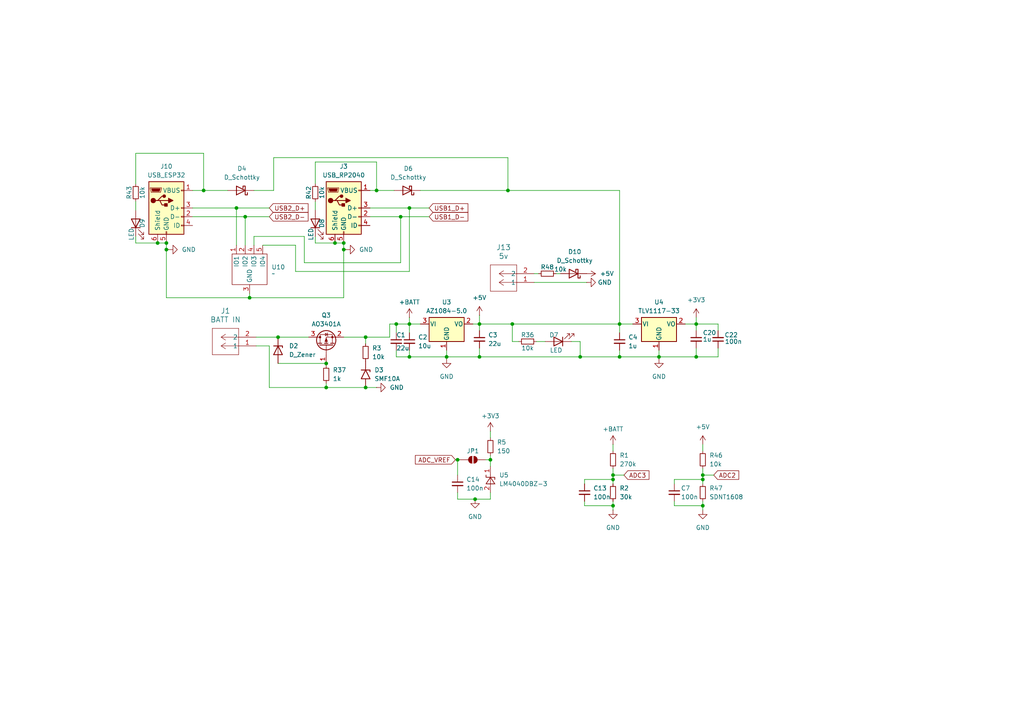
<source format=kicad_sch>
(kicad_sch (version 20231120) (generator "eeschema") (generator_version "8.0")
  (paper "A4")
  (lib_symbols
    (symbol "25SH_B_02_TS:25SH-B-02-TS" (pin_names (offset 0.254))
      (property "Reference" "J" (at 8.89 6.35 0))
      (property "Value" "25SH-B-02-TS" (at 0 0 0))
      (symbol "25SH-B-02-TS_0_1"
        (polyline (pts (xy 5.08 -5.08) (xy 12.7 -5.08)) (stroke (width 0.127)))
        (polyline (pts (xy 5.08 2.54) (xy 5.08 -5.08)) (stroke (width 0.127)))
        (polyline (pts (xy 10.16 -2.54) (xy 5.08 -2.54)) (stroke (width 0.127)))
        (polyline (pts (xy 10.16 -2.54) (xy 8.89 -3.3867)) (stroke (width 0.127)))
        (polyline (pts (xy 10.16 -2.54) (xy 8.89 -1.6933)) (stroke (width 0.127)))
        (polyline (pts (xy 10.16 0) (xy 5.08 0)) (stroke (width 0.127)))
        (polyline (pts (xy 10.16 0) (xy 8.89 -0.8467)) (stroke (width 0.127)))
        (polyline (pts (xy 10.16 0) (xy 8.89 0.8467)) (stroke (width 0.127)))
        (polyline (pts (xy 12.7 -5.08) (xy 12.7 2.54)) (stroke (width 0.127)))
        (polyline (pts (xy 12.7 2.54) (xy 5.08 2.54)) (stroke (width 0.127)))
        (pin unspecified line (at 0 0 0) (length 5.08) (name "1") (number "1"))
        (pin unspecified line (at 0 -2.54 0) (length 5.08) (name "2") (number "2"))
      )
    )
    (symbol "Connector:USB_B_Micro" (pin_names (offset 1.016))
      (property "Reference" "J" (at -5.08 11.43 0))
      (property "Value" "USB_B_Micro" (at -5.08 8.89 0))
      (symbol "USB_B_Micro_0_1"
        (rectangle (start -5.08 -7.62) (end 5.08 7.62) (stroke (width 0.254)) (fill (type background)))
        (circle (center -3.81 2.159) (radius 0.635) (stroke (width 0.254)) (fill (type outline)))
        (circle (center -0.635 3.429) (radius 0.381) (stroke (width 0.254)) (fill (type outline)))
        (rectangle (start -0.127 -7.62) (end 0.127 -6.858))
        (polyline (pts (xy -1.905 2.159) (xy 0.635 2.159)) (stroke (width 0.254)))
        (polyline (pts (xy -3.175 2.159) (xy -2.54 2.159) (xy -1.27 3.429) (xy -0.635 3.429)) (stroke (width 0.254)))
        (polyline (pts (xy -2.54 2.159) (xy -1.905 2.159) (xy -1.27 0.889) (xy 0 0.889)) (stroke (width 0.254)))
        (polyline (pts (xy 0.635 2.794) (xy 0.635 1.524) (xy 1.905 2.159) (xy 0.635 2.794)) (stroke (width 0.254)) (fill (type outline)))
        (polyline (pts (xy -4.318 5.588) (xy -1.778 5.588) (xy -2.032 4.826) (xy -4.064 4.826) (xy -4.318 5.588)) (fill (type outline)))
        (polyline (pts (xy -4.699 5.842) (xy -4.699 5.588) (xy -4.445 4.826) (xy -4.445 4.572) (xy -1.651 4.572) (xy -1.651 4.826) (xy -1.397 5.588) (xy -1.397 5.842) (xy -4.699 5.842)))
        (rectangle (start 0.254 1.27) (end -0.508 0.508) (stroke (width 0.254)) (fill (type outline)))
        (rectangle (start 5.08 -5.207) (end 4.318 -4.953))
        (rectangle (start 5.08 -2.667) (end 4.318 -2.413))
        (rectangle (start 5.08 -0.127) (end 4.318 0.127))
        (rectangle (start 5.08 4.953) (end 4.318 5.207))
      )
      (symbol "USB_B_Micro_1_1"
        (pin power_out line (at 7.62 5.08 180) (length 2.54) (name "VBUS") (number "1"))
        (pin bidirectional line (at 7.62 -2.54 180) (length 2.54) (name "D-") (number "2"))
        (pin bidirectional line (at 7.62 0 180) (length 2.54) (name "D+") (number "3"))
        (pin passive line (at 7.62 -5.08 180) (length 2.54) (name "ID") (number "4"))
        (pin power_out line (at 0 -10.16 90) (length 2.54) (name "GND") (number "5"))
        (pin passive line (at -2.54 -10.16 90) (length 2.54) (name "Shield") (number "6"))
      )
    )
    (symbol "Device:C_Small" (pin_numbers hide) (pin_names (offset 0.254) hide)
      (property "Reference" "C" (at 0.254 1.778 0))
      (property "Value" "C_Small" (at 0.254 -2.032 0))
      (symbol "C_Small_0_1"
        (polyline (pts (xy -1.524 -0.508) (xy 1.524 -0.508)) (stroke (width 0.3302)))
        (polyline (pts (xy -1.524 0.508) (xy 1.524 0.508)) (stroke (width 0.3048)))
      )
      (symbol "C_Small_1_1"
        (pin passive line (at 0 2.54 270) (length 2.032) (name "~") (number "1"))
        (pin passive line (at 0 -2.54 90) (length 2.032) (name "~") (number "2"))
      )
    )
    (symbol "Device:D_Schottky" (pin_numbers hide) (pin_names (offset 1.016) hide)
      (property "Reference" "D" (at 0 2.54 0))
      (property "Value" "D_Schottky" (at 0 -2.54 0))
      (symbol "D_Schottky_0_1"
        (polyline (pts (xy 1.27 0) (xy -1.27 0)))
        (polyline (pts (xy 1.27 1.27) (xy 1.27 -1.27) (xy -1.27 0) (xy 1.27 1.27)) (stroke (width 0.254)))
        (polyline (pts (xy -1.905 0.635) (xy -1.905 1.27) (xy -1.27 1.27) (xy -1.27 -1.27) (xy -0.635 -1.27) (xy -0.635 -0.635)) (stroke (width 0.254)))
      )
      (symbol "D_Schottky_1_1"
        (pin passive line (at -3.81 0 0) (length 2.54) (name "K") (number "1"))
        (pin passive line (at 3.81 0 180) (length 2.54) (name "A") (number "2"))
      )
    )
    (symbol "Device:D_Zener" (pin_numbers hide) (pin_names (offset 1.016) hide)
      (property "Reference" "D" (at 0 2.54 0))
      (property "Value" "D_Zener" (at 0 -2.54 0))
      (symbol "D_Zener_0_1"
        (polyline (pts (xy 1.27 0) (xy -1.27 0)))
        (polyline (pts (xy -1.27 -1.27) (xy -1.27 1.27) (xy -0.762 1.27)) (stroke (width 0.254)))
        (polyline (pts (xy 1.27 -1.27) (xy 1.27 1.27) (xy -1.27 0) (xy 1.27 -1.27)) (stroke (width 0.254)))
      )
      (symbol "D_Zener_1_1"
        (pin passive line (at -3.81 0 0) (length 2.54) (name "K") (number "1"))
        (pin passive line (at 3.81 0 180) (length 2.54) (name "A") (number "2"))
      )
    )
    (symbol "Device:LED" (pin_numbers hide) (pin_names (offset 1.016) hide)
      (property "Reference" "D" (at 0 2.54 0))
      (property "Value" "LED" (at 0 -2.54 0))
      (symbol "LED_0_1"
        (polyline (pts (xy -1.27 -1.27) (xy -1.27 1.27)) (stroke (width 0.254)))
        (polyline (pts (xy -1.27 0) (xy 1.27 0)))
        (polyline (pts (xy 1.27 -1.27) (xy 1.27 1.27) (xy -1.27 0) (xy 1.27 -1.27)) (stroke (width 0.254)))
        (polyline (pts (xy -3.048 -0.762) (xy -4.572 -2.286) (xy -3.81 -2.286) (xy -4.572 -2.286) (xy -4.572 -1.524)))
        (polyline (pts (xy -1.778 -0.762) (xy -3.302 -2.286) (xy -2.54 -2.286) (xy -3.302 -2.286) (xy -3.302 -1.524)))
      )
      (symbol "LED_1_1"
        (pin passive line (at -3.81 0 0) (length 2.54) (name "K") (number "1"))
        (pin passive line (at 3.81 0 180) (length 2.54) (name "A") (number "2"))
      )
    )
    (symbol "Device:R_Small" (pin_numbers hide) (pin_names (offset 0.254) hide)
      (property "Reference" "R" (at 0.762 0.508 0))
      (property "Value" "R_Small" (at 0.762 -1.016 0))
      (symbol "R_Small_0_1"
        (rectangle (start -0.762 1.778) (end 0.762 -1.778) (stroke (width 0.2032)))
      )
      (symbol "R_Small_1_1"
        (pin passive line (at 0 2.54 270) (length 0.762) (name "~") (number "1"))
        (pin passive line (at 0 -2.54 90) (length 0.762) (name "~") (number "2"))
      )
    )
    (symbol "Diode:SMF10A" (pin_numbers hide) (pin_names (offset 1.016) hide)
      (property "Reference" "D" (at 0 2.54 0))
      (property "Value" "SMF10A" (at 0 -2.54 0))
      (symbol "SMF10A_0_1"
        (polyline (pts (xy -0.762 1.27) (xy -1.27 1.27) (xy -1.27 -1.27)) (stroke (width 0.254)))
        (polyline (pts (xy 1.27 1.27) (xy 1.27 -1.27) (xy -1.27 0) (xy 1.27 1.27)) (stroke (width 0.254)))
      )
      (symbol "SMF10A_1_1"
        (pin passive line (at -3.81 0 0) (length 2.54) (name "A1") (number "1"))
        (pin passive line (at 3.81 0 180) (length 2.54) (name "A2") (number "2"))
      )
    )
    (symbol "Jumper:SolderJumper_2_Open" (pin_numbers hide) (pin_names (offset 0) hide) (exclude_from_sim yes) (in_bom no)
      (property "Reference" "JP" (at 0 2.032 0))
      (property "Value" "SolderJumper_2_Open" (at 0 -2.54 0))
      (symbol "SolderJumper_2_Open_0_1"
        (arc (start -0.254 1.016) (mid -1.2656 0) (end -0.254 -1.016))
        (arc (start -0.254 1.016) (mid -1.2656 0) (end -0.254 -1.016) (fill (type outline)))
        (polyline (pts (xy -0.254 1.016) (xy -0.254 -1.016)))
        (polyline (pts (xy 0.254 1.016) (xy 0.254 -1.016)))
        (arc (start 0.254 -1.016) (mid 1.2656 0) (end 0.254 1.016))
        (arc (start 0.254 -1.016) (mid 1.2656 0) (end 0.254 1.016) (fill (type outline)))
      )
      (symbol "SolderJumper_2_Open_1_1"
        (pin passive line (at -3.81 0 0) (length 2.54) (name "A") (number "1"))
        (pin passive line (at 3.81 0 180) (length 2.54) (name "B") (number "2"))
      )
    )
    (symbol "Reference_Voltage:LM4040DBZ-3" (pin_names (offset 0.0254) hide)
      (property "Reference" "U" (at 0 2.54 0))
      (property "Value" "LM4040DBZ-3" (at 0 -3.175 0))
      (symbol "LM4040DBZ-3_0_1"
        (polyline (pts (xy -1.27 0) (xy 0 0) (xy 1.27 0)))
        (polyline (pts (xy -1.27 -1.27) (xy 0.635 0) (xy -1.27 1.27) (xy -1.27 -1.27)) (stroke (width 0.2032)))
        (polyline (pts (xy 0 -1.27) (xy 0.635 -1.27) (xy 0.635 1.27) (xy 1.27 1.27)) (stroke (width 0.2032)))
      )
      (symbol "LM4040DBZ-3_1_1"
        (pin passive line (at 3.81 0 180) (length 2.54) (name "K") (number "1"))
        (pin passive line (at -3.81 0 0) (length 2.54) (name "A") (number "2"))
      )
    )
    (symbol "Regulator_Linear:AZ1084-5.0" (pin_names (offset 0.254))
      (property "Reference" "U" (at -3.81 3.175 0))
      (property "Value" "AZ1084-5.0" (at 0 3.175 0))
      (symbol "AZ1084-5.0_0_1"
        (rectangle (start -5.08 1.905) (end 5.08 -5.08) (stroke (width 0.254)) (fill (type background)))
      )
      (symbol "AZ1084-5.0_1_1"
        (pin power_in line (at 0 -7.62 90) (length 2.54) (name "GND") (number "1"))
        (pin power_out line (at 7.62 0 180) (length 2.54) (name "VO") (number "2"))
        (pin power_in line (at -7.62 0 0) (length 2.54) (name "VI") (number "3"))
      )
    )
    (symbol "Regulator_Linear:TLV1117-33" (pin_names (offset 0.254))
      (property "Reference" "U" (at -3.81 3.175 0))
      (property "Value" "TLV1117-33" (at 0 3.175 0))
      (symbol "TLV1117-33_0_1"
        (rectangle (start -5.08 -5.08) (end 5.08 1.905) (stroke (width 0.254)) (fill (type background)))
      )
      (symbol "TLV1117-33_1_1"
        (pin power_in line (at 0 -7.62 90) (length 2.54) (name "GND") (number "1"))
        (pin power_out line (at 7.62 0 180) (length 2.54) (name "VO") (number "2"))
        (pin power_in line (at -7.62 0 0) (length 2.54) (name "VI") (number "3"))
      )
    )
    (symbol "TVU5VU4S-DFN2510-10LDG:TVU5VU4S-DFN2510-10LDG"
      (property "Reference" "U" (at -2.54 6.35 0))
      (symbol "TVU5VU4S-DFN2510-10LDG_0_1"
        (rectangle (start -5.08 5.08) (end 3.81 -5.08))
      )
      (symbol "TVU5VU4S-DFN2510-10LDG_1_1"
        (pin bidirectional line (at 6.35 3.81 180) (length 2.54) (name "IO1") (number "1"))
        (pin bidirectional line (at 6.35 1.27 180) (length 2.54) (name "IO2") (number "2"))
        (pin passive line (at -7.62 0 0) (length 2.54) (name "GND") (number "3"))
        (pin bidirectional line (at 6.35 -1.27 180) (length 2.54) (name "IO3") (number "4"))
        (pin bidirectional line (at 6.35 -3.81 180) (length 2.54) (name "IO4") (number "5"))
        (pin passive line (at -7.62 0 0) (length 2.54) hide (name "GND") (number "8"))
      )
    )
    (symbol "Transistor_FET:AO3401A" (pin_names hide)
      (property "Reference" "Q" (at 5.08 1.905 0))
      (property "Value" "AO3401A" (at 5.08 0 0))
      (symbol "AO3401A_0_1"
        (polyline (pts (xy 0.254 0) (xy -2.54 0)))
        (polyline (pts (xy 0.254 1.905) (xy 0.254 -1.905)) (stroke (width 0.254)))
        (polyline (pts (xy 0.762 -1.27) (xy 0.762 -2.286)) (stroke (width 0.254)))
        (polyline (pts (xy 0.762 0.508) (xy 0.762 -0.508)) (stroke (width 0.254)))
        (polyline (pts (xy 0.762 2.286) (xy 0.762 1.27)) (stroke (width 0.254)))
        (polyline (pts (xy 2.54 2.54) (xy 2.54 1.778)))
        (polyline (pts (xy 2.54 -2.54) (xy 2.54 0) (xy 0.762 0)))
        (polyline (pts (xy 0.762 1.778) (xy 3.302 1.778) (xy 3.302 -1.778) (xy 0.762 -1.778)))
        (polyline (pts (xy 2.286 0) (xy 1.27 0.381) (xy 1.27 -0.381) (xy 2.286 0)) (fill (type outline)))
        (polyline (pts (xy 2.794 -0.508) (xy 2.921 -0.381) (xy 3.683 -0.381) (xy 3.81 -0.254)))
        (polyline (pts (xy 3.302 -0.381) (xy 2.921 0.254) (xy 3.683 0.254) (xy 3.302 -0.381)))
        (circle (center 1.651 0) (radius 2.794) (stroke (width 0.254)))
        (circle (center 2.54 -1.778) (radius 0.254) (fill (type outline)))
        (circle (center 2.54 1.778) (radius 0.254) (fill (type outline)))
      )
      (symbol "AO3401A_1_1"
        (pin input line (at -5.08 0 0) (length 2.54) (name "G") (number "1"))
        (pin passive line (at 2.54 -5.08 90) (length 2.54) (name "S") (number "2"))
        (pin passive line (at 2.54 5.08 270) (length 2.54) (name "D") (number "3"))
      )
    )
    (symbol "power:+3V3" (power) (pin_numbers hide) (pin_names (offset 0) hide)
      (property "Value" "+3V3" (at 0 3.556 0))
      (symbol "+3V3_0_1"
        (polyline (pts (xy -0.762 1.27) (xy 0 2.54)))
        (polyline (pts (xy 0 0) (xy 0 2.54)))
        (polyline (pts (xy 0 2.54) (xy 0.762 1.27)))
      )
      (symbol "+3V3_1_1"
        (pin power_in line (at 0 0 90) (length 0) (name "~") (number "1"))
      )
    )
    (symbol "power:+5V" (power) (pin_numbers hide) (pin_names (offset 0) hide)
      (property "Value" "+5V" (at 0 3.556 0))
      (symbol "+5V_0_1"
        (polyline (pts (xy -0.762 1.27) (xy 0 2.54)))
        (polyline (pts (xy 0 0) (xy 0 2.54)))
        (polyline (pts (xy 0 2.54) (xy 0.762 1.27)))
      )
      (symbol "+5V_1_1"
        (pin power_in line (at 0 0 90) (length 0) (name "~") (number "1"))
      )
    )
    (symbol "power:+BATT" (power) (pin_numbers hide) (pin_names (offset 0) hide)
      (property "Value" "+BATT" (at 0 3.556 0))
      (symbol "+BATT_0_1"
        (polyline (pts (xy -0.762 1.27) (xy 0 2.54)))
        (polyline (pts (xy 0 0) (xy 0 2.54)))
        (polyline (pts (xy 0 2.54) (xy 0.762 1.27)))
      )
      (symbol "+BATT_1_1"
        (pin power_in line (at 0 0 90) (length 0) (name "~") (number "1"))
      )
    )
    (symbol "power:GND" (power) (pin_numbers hide) (pin_names (offset 0) hide)
      (property "Value" "GND" (at 0 -3.81 0))
      (symbol "GND_0_1"
        (polyline (pts (xy 0 0) (xy 0 -1.27) (xy 1.27 -1.27) (xy 0 -2.54) (xy -1.27 -1.27) (xy 0 -1.27)))
      )
      (symbol "GND_1_1"
        (pin power_in line (at 0 0 270) (length 0) (name "~") (number "1"))
      )
    )
  )
  (junction (at 97.155 70.485))
  (junction (at 129.54 103.505))
  (junction (at 137.795 144.78))
  (junction (at 99.695 72.39))
  (junction (at 106.045 97.79))
  (junction (at 94.615 105.41))
  (junction (at 139.065 93.98))
  (junction (at 99.695 70.485))
  (junction (at 168.275 103.505))
  (junction (at 109.22 55.245))
  (junction (at 45.72 70.485))
  (junction (at 48.26 70.485))
  (junction (at 80.645 97.79))
  (junction (at 201.93 103.505))
  (junction (at 191.135 103.505))
  (junction (at 59.055 55.245))
  (junction (at 118.745 60.325))
  (junction (at 139.065 103.505))
  (junction (at 72.39 86.36))
  (junction (at 118.745 103.505))
  (junction (at 203.835 137.795))
  (junction (at 142.24 133.35))
  (junction (at 106.045 112.395))
  (junction (at 71.12 62.865))
  (junction (at 179.705 103.505))
  (junction (at 148.59 93.98))
  (junction (at 48.26 72.39))
  (junction (at 94.615 112.395))
  (junction (at 177.8 137.795))
  (junction (at 203.835 139.065))
  (junction (at 177.8 139.065))
  (junction (at 118.745 93.98))
  (junction (at 147.32 55.245))
  (junction (at 177.8 146.685))
  (junction (at 68.58 60.325))
  (junction (at 132.715 133.35))
  (junction (at 114.935 93.98))
  (junction (at 203.835 146.685))
  (junction (at 116.205 62.865))
  (junction (at 179.705 93.98))
  (junction (at 201.93 93.98))
  (wire (pts (xy 129.54 103.505) (xy 139.065 103.505)))
  (wire (pts (xy 201.93 100.965) (xy 201.93 103.505)))
  (wire (pts (xy 169.545 146.685) (xy 177.8 146.685)))
  (wire (pts (xy 203.835 137.795) (xy 203.835 139.065)))
  (wire (pts (xy 132.08 133.35) (xy 132.715 133.35)))
  (wire (pts (xy 203.835 145.415) (xy 203.835 146.685)))
  (wire (pts (xy 177.8 146.685) (xy 177.8 147.955)))
  (wire (pts (xy 85.725 71.12) (xy 85.725 78.74)))
  (wire (pts (xy 109.22 55.245) (xy 114.3 55.245)))
  (wire (pts (xy 148.59 93.98) (xy 179.705 93.98)))
  (wire (pts (xy 140.97 133.35) (xy 142.24 133.35)))
  (wire (pts (xy 147.32 45.72) (xy 147.32 55.245)))
  (wire (pts (xy 91.44 70.485) (xy 97.155 70.485)))
  (wire (pts (xy 170.18 81.915) (xy 154.94 81.915)))
  (wire (pts (xy 169.545 139.065) (xy 169.545 140.335)))
  (wire (pts (xy 169.545 139.065) (xy 177.8 139.065)))
  (wire (pts (xy 80.645 105.41) (xy 94.615 105.41)))
  (wire (pts (xy 161.29 79.375) (xy 162.56 79.375)))
  (wire (pts (xy 94.615 112.395) (xy 106.045 112.395)))
  (wire (pts (xy 177.8 145.415) (xy 177.8 146.685)))
  (wire (pts (xy 113.03 93.98) (xy 114.935 93.98)))
  (wire (pts (xy 169.545 145.415) (xy 169.545 146.685)))
  (wire (pts (xy 203.835 146.685) (xy 203.835 147.955)))
  (wire (pts (xy 97.155 70.485) (xy 99.695 70.485)))
  (wire (pts (xy 156.21 79.375) (xy 154.94 79.375)))
  (wire (pts (xy 118.745 60.325) (xy 107.315 60.325)))
  (wire (pts (xy 195.58 145.415) (xy 195.58 146.685)))
  (wire (pts (xy 48.26 72.39) (xy 48.26 70.485)))
  (wire (pts (xy 124.46 62.865) (xy 116.205 62.865)))
  (wire (pts (xy 39.37 58.42) (xy 39.37 60.96)))
  (wire (pts (xy 139.065 91.44) (xy 139.065 93.98)))
  (wire (pts (xy 208.28 95.885) (xy 208.28 93.98)))
  (wire (pts (xy 179.705 55.245) (xy 179.705 93.98)))
  (wire (pts (xy 78.105 100.33) (xy 74.295 100.33)))
  (wire (pts (xy 78.105 62.865) (xy 71.12 62.865)))
  (wire (pts (xy 116.205 76.2) (xy 116.205 62.865)))
  (wire (pts (xy 73.66 68.58) (xy 88.265 68.58)))
  (wire (pts (xy 118.745 103.505) (xy 129.54 103.505)))
  (wire (pts (xy 191.135 104.14) (xy 191.135 103.505)))
  (wire (pts (xy 121.92 55.245) (xy 147.32 55.245)))
  (wire (pts (xy 208.28 100.965) (xy 208.28 103.505)))
  (wire (pts (xy 116.205 62.865) (xy 107.315 62.865)))
  (wire (pts (xy 129.54 104.14) (xy 129.54 103.505)))
  (wire (pts (xy 91.44 46.99) (xy 109.22 46.99)))
  (wire (pts (xy 39.37 44.45) (xy 59.055 44.45)))
  (wire (pts (xy 99.695 86.36) (xy 99.695 72.39)))
  (wire (pts (xy 85.725 78.74) (xy 118.745 78.74)))
  (wire (pts (xy 118.745 93.98) (xy 121.92 93.98)))
  (wire (pts (xy 79.375 45.72) (xy 147.32 45.72)))
  (wire (pts (xy 113.03 97.79) (xy 113.03 93.98)))
  (wire (pts (xy 39.37 68.58) (xy 39.37 70.485)))
  (wire (pts (xy 78.105 112.395) (xy 78.105 100.33)))
  (wire (pts (xy 106.045 99.695) (xy 106.045 97.79)))
  (wire (pts (xy 150.495 99.06) (xy 148.59 99.06)))
  (wire (pts (xy 114.935 93.98) (xy 118.745 93.98)))
  (wire (pts (xy 107.315 55.245) (xy 109.22 55.245)))
  (wire (pts (xy 142.24 125.095) (xy 142.24 127)))
  (wire (pts (xy 79.375 55.245) (xy 79.375 45.72)))
  (wire (pts (xy 91.44 53.34) (xy 91.44 46.99)))
  (wire (pts (xy 203.835 135.89) (xy 203.835 137.795)))
  (wire (pts (xy 139.065 100.965) (xy 139.065 103.505)))
  (wire (pts (xy 168.275 103.505) (xy 179.705 103.505)))
  (wire (pts (xy 148.59 99.06) (xy 148.59 93.98)))
  (wire (pts (xy 177.8 137.795) (xy 177.8 139.065)))
  (wire (pts (xy 165.735 99.06) (xy 168.275 99.06)))
  (wire (pts (xy 203.835 140.335) (xy 203.835 139.065)))
  (wire (pts (xy 132.715 133.35) (xy 133.35 133.35)))
  (wire (pts (xy 72.39 85.09) (xy 72.39 86.36)))
  (wire (pts (xy 195.58 139.065) (xy 195.58 140.335)))
  (wire (pts (xy 195.58 146.685) (xy 203.835 146.685)))
  (wire (pts (xy 100.33 72.39) (xy 99.695 72.39)))
  (wire (pts (xy 79.375 55.245) (xy 73.66 55.245)))
  (wire (pts (xy 114.935 103.505) (xy 118.745 103.505)))
  (wire (pts (xy 177.8 128.905) (xy 177.8 130.81)))
  (wire (pts (xy 76.2 71.12) (xy 85.725 71.12)))
  (wire (pts (xy 191.135 103.505) (xy 191.135 101.6)))
  (wire (pts (xy 142.24 144.78) (xy 142.24 142.875)))
  (wire (pts (xy 195.58 139.065) (xy 203.835 139.065)))
  (wire (pts (xy 207.01 137.795) (xy 203.835 137.795)))
  (wire (pts (xy 80.645 97.79) (xy 89.535 97.79)))
  (wire (pts (xy 118.745 96.52) (xy 118.745 93.98)))
  (wire (pts (xy 180.975 137.795) (xy 177.8 137.795)))
  (wire (pts (xy 203.835 128.905) (xy 203.835 130.81)))
  (wire (pts (xy 132.715 142.875) (xy 132.715 144.78)))
  (wire (pts (xy 73.66 71.12) (xy 73.66 68.58)))
  (wire (pts (xy 68.58 60.325) (xy 55.88 60.325)))
  (wire (pts (xy 137.16 93.98) (xy 139.065 93.98)))
  (wire (pts (xy 179.705 103.505) (xy 191.135 103.505)))
  (wire (pts (xy 72.39 86.36) (xy 99.695 86.36)))
  (wire (pts (xy 118.745 92.075) (xy 118.745 93.98)))
  (wire (pts (xy 114.935 101.6) (xy 114.935 103.505)))
  (wire (pts (xy 139.065 103.505) (xy 168.275 103.505)))
  (wire (pts (xy 48.26 86.36) (xy 48.26 72.39)))
  (wire (pts (xy 137.795 144.78) (xy 142.24 144.78)))
  (wire (pts (xy 68.58 60.325) (xy 68.58 71.12)))
  (wire (pts (xy 78.105 112.395) (xy 94.615 112.395)))
  (wire (pts (xy 55.88 55.245) (xy 59.055 55.245)))
  (wire (pts (xy 179.705 55.245) (xy 147.32 55.245)))
  (wire (pts (xy 179.705 93.98) (xy 179.705 96.52)))
  (wire (pts (xy 45.72 70.485) (xy 48.26 70.485)))
  (wire (pts (xy 155.575 99.06) (xy 158.115 99.06)))
  (wire (pts (xy 201.93 93.98) (xy 201.93 95.885)))
  (wire (pts (xy 114.935 93.98) (xy 114.935 96.52)))
  (wire (pts (xy 129.54 103.505) (xy 129.54 101.6)))
  (wire (pts (xy 201.93 103.505) (xy 191.135 103.505)))
  (wire (pts (xy 142.24 133.35) (xy 142.24 135.255)))
  (wire (pts (xy 124.46 60.325) (xy 118.745 60.325)))
  (wire (pts (xy 72.39 86.36) (xy 48.26 86.36)))
  (wire (pts (xy 208.28 93.98) (xy 201.93 93.98)))
  (wire (pts (xy 106.045 112.395) (xy 109.22 112.395)))
  (wire (pts (xy 91.44 60.96) (xy 91.44 58.42)))
  (wire (pts (xy 118.745 78.74) (xy 118.745 60.325)))
  (wire (pts (xy 139.065 93.98) (xy 148.59 93.98)))
  (wire (pts (xy 132.715 133.35) (xy 132.715 137.795)))
  (wire (pts (xy 94.615 105.41) (xy 94.615 106.045)))
  (wire (pts (xy 106.045 97.79) (xy 113.03 97.79)))
  (wire (pts (xy 88.265 76.2) (xy 116.205 76.2)))
  (wire (pts (xy 88.265 68.58) (xy 88.265 76.2)))
  (wire (pts (xy 168.275 99.06) (xy 168.275 103.505)))
  (wire (pts (xy 99.695 97.79) (xy 106.045 97.79)))
  (wire (pts (xy 142.24 132.08) (xy 142.24 133.35)))
  (wire (pts (xy 208.28 103.505) (xy 201.93 103.505)))
  (wire (pts (xy 179.705 101.6) (xy 179.705 103.505)))
  (wire (pts (xy 59.055 55.245) (xy 66.04 55.245)))
  (wire (pts (xy 177.8 135.89) (xy 177.8 137.795)))
  (wire (pts (xy 99.695 72.39) (xy 99.695 70.485)))
  (wire (pts (xy 94.615 111.125) (xy 94.615 112.395)))
  (wire (pts (xy 71.12 62.865) (xy 55.88 62.865)))
  (wire (pts (xy 48.895 72.39) (xy 48.26 72.39)))
  (wire (pts (xy 139.065 93.98) (xy 139.065 95.885)))
  (wire (pts (xy 132.715 144.78) (xy 137.795 144.78)))
  (wire (pts (xy 109.22 46.99) (xy 109.22 55.245)))
  (wire (pts (xy 39.37 70.485) (xy 45.72 70.485)))
  (wire (pts (xy 177.8 140.335) (xy 177.8 139.065)))
  (wire (pts (xy 198.755 93.98) (xy 201.93 93.98)))
  (wire (pts (xy 74.295 97.79) (xy 80.645 97.79)))
  (wire (pts (xy 39.37 53.34) (xy 39.37 44.45)))
  (wire (pts (xy 78.105 60.325) (xy 68.58 60.325)))
  (wire (pts (xy 118.745 101.6) (xy 118.745 103.505)))
  (wire (pts (xy 179.705 93.98) (xy 183.515 93.98)))
  (wire (pts (xy 59.055 44.45) (xy 59.055 55.245)))
  (wire (pts (xy 201.93 92.075) (xy 201.93 93.98)))
  (wire (pts (xy 71.12 62.865) (xy 71.12 71.12)))
  (wire (pts (xy 91.44 68.58) (xy 91.44 70.485)))
  (global_label "ADC_VREF" (shape input) (at 132.08 133.35 180) (property "Intersheetrefs" "${INTERSHEET_REFS}" (effects (hide yes))))
  (global_label "USB2_D+" (shape input) (at 78.105 60.325 0) (property "Intersheetrefs" "${INTERSHEET_REFS}" (effects (hide yes))))
  (global_label "ADC2" (shape input) (at 207.01 137.795 0) (property "Intersheetrefs" "${INTERSHEET_REFS}" (effects (hide yes))))
  (global_label "USB2_D-" (shape input) (at 78.105 62.865 0) (property "Intersheetrefs" "${INTERSHEET_REFS}" (effects (hide yes))))
  (global_label "USB1_D+" (shape input) (at 124.46 60.325 0) (property "Intersheetrefs" "${INTERSHEET_REFS}" (effects (hide yes))))
  (global_label "ADC3" (shape input) (at 180.975 137.795 0) (property "Intersheetrefs" "${INTERSHEET_REFS}" (effects (hide yes))))
  (global_label "USB1_D-" (shape input) (at 124.46 62.865 0) (property "Intersheetrefs" "${INTERSHEET_REFS}" (effects (hide yes))))
  (symbol (lib_id "power:GND") (at 109.22 112.395 90) (unit 1)
    (property "Reference" "#PWR03" (effects (hide yes)))
    (property "Value" "GND" (at 113.03 112.3949 90) (effects (justify right)))
    (property "Description" "Power symbol creates a global label with name \"GND\" , ground" (effects (hide yes)))
  )
  (symbol (lib_id "Device:R_Small") (at 153.035 99.06 90) (unit 1)
    (property "Reference" "R36" (at 153.035 97.155 90))
    (property "Value" "10k" (at 153.035 100.965 90))
    (property "Footprint" "Resistor_SMD:R_0603_1608Metric_Pad0.98x0.95mm_HandSolder" (effects (hide yes)))
    (property "Description" "Resistor, small symbol" (effects (hide yes)))
  )
  (symbol (lib_id "power:GND") (at 137.795 144.78 0) (unit 1)
    (property "Reference" "#PWR019" (effects (hide yes)))
    (property "Value" "GND" (at 137.795 149.86 0))
    (property "Description" "Power symbol creates a global label with name \"GND\" , ground" (effects (hide yes)))
  )
  (symbol (lib_id "power:GND") (at 203.835 147.955 0) (unit 1)
    (property "Reference" "#PWR057" (effects (hide yes)))
    (property "Value" "GND" (at 203.835 153.035 0))
    (property "Description" "Power symbol creates a global label with name \"GND\" , ground" (effects (hide yes)))
  )
  (symbol (lib_id "Device:R_Small") (at 142.24 129.54 0) (unit 1)
    (property "Reference" "R5" (at 144.145 128.2699 0) (effects (justify left)))
    (property "Value" "150" (at 144.145 130.8099 0) (effects (justify left)))
    (property "Footprint" "Resistor_SMD:R_0603_1608Metric_Pad0.98x0.95mm_HandSolder" (effects (hide yes)))
    (property "Description" "Resistor, small symbol" (effects (hide yes)))
  )
  (symbol (lib_id "TVU5VU4S-DFN2510-10LDG:TVU5VU4S-DFN2510-10LDG") (at 72.39 77.47 90) (unit 1)
    (property "Reference" "U10" (at 78.74 77.4699 90) (effects (justify right)))
    (property "Value" "~" (at 78.74 79.375 90) (effects (justify right)))
    (property "Footprint" "10-UFDNF:10-UFDNF(2.5mm-1mm)" (effects (hide yes)))
  )
  (symbol (lib_id "power:+3V3") (at 201.93 92.075 0) (unit 1)
    (property "Reference" "#PWR014" (effects (hide yes)))
    (property "Value" "+3V3" (at 201.93 86.995 0))
    (property "Description" "Power symbol creates a global label with name \"+3V3\"" (effects (hide yes)))
  )
  (symbol (lib_id "Device:R_Small") (at 106.045 102.235 0) (unit 1)
    (property "Reference" "R3" (at 107.95 100.9649 0) (effects (justify left)))
    (property "Value" "10k" (at 107.95 103.5049 0) (effects (justify left)))
    (property "Footprint" "Resistor_SMD:R_0603_1608Metric_Pad0.98x0.95mm_HandSolder" (effects (hide yes)))
    (property "Description" "Resistor, small symbol" (effects (hide yes)))
  )
  (symbol (lib_id "Device:R_Small") (at 177.8 133.35 0) (unit 1)
    (property "Reference" "R1" (at 179.705 132.0799 0) (effects (justify left)))
    (property "Value" "270k" (at 179.705 134.6199 0) (effects (justify left)))
    (property "Footprint" "Resistor_SMD:R_0603_1608Metric_Pad0.98x0.95mm_HandSolder" (effects (hide yes)))
    (property "Description" "Resistor, small symbol" (effects (hide yes)))
  )
  (symbol (lib_id "Connector:USB_B_Micro") (at 48.26 60.325 0) (unit 1)
    (property "Reference" "J10" (at 48.26 48.26 0))
    (property "Value" "USB_ESP32" (at 48.26 50.8 0))
    (property "Footprint" "Connector_USB:USB_Micro-B_Amphenol_10118194_Horizontal" (effects (hide yes)))
    (property "Description" "USB Micro Type B connector" (effects (hide yes)))
  )
  (symbol (lib_id "power:GND") (at 170.18 81.915 90) (unit 1)
    (property "Reference" "#PWR059" (effects (hide yes)))
    (property "Value" "GND" (at 173.355 81.9149 90) (effects (justify right)))
    (property "Description" "Power symbol creates a global label with name \"GND\" , ground" (effects (hide yes)))
  )
  (symbol (lib_id "Device:C_Small") (at 169.545 142.875 0) (unit 1)
    (property "Reference" "C13" (at 172.085 141.6112 0) (effects (justify left)))
    (property "Value" "100n" (at 172.085 144.1512 0) (effects (justify left)))
    (property "Footprint" "Capacitor_SMD:C_0603_1608Metric_Pad1.08x0.95mm_HandSolder" (effects (hide yes)))
    (property "Description" "Unpolarized capacitor, small symbol" (effects (hide yes)))
  )
  (symbol (lib_id "Device:D_Schottky") (at 118.11 55.245 180) (unit 1)
    (property "Reference" "D6" (at 118.4275 48.895 0))
    (property "Value" "D_Schottky" (at 118.4275 51.435 0))
    (property "Footprint" "Diode_SMD:D_SOD-323_HandSoldering" (effects (hide yes)))
    (property "Description" "Schottky diode" (effects (hide yes)))
  )
  (symbol (lib_id "Device:C_Small") (at 118.745 99.06 0) (unit 1)
    (property "Reference" "C2" (at 121.285 97.7962 0) (effects (justify left)))
    (property "Value" "10u" (at 121.285 100.3362 0) (effects (justify left)))
    (property "Footprint" "Capacitor_SMD:C_0603_1608Metric_Pad1.08x0.95mm_HandSolder" (effects (hide yes)))
    (property "Description" "Unpolarized capacitor, small symbol" (effects (hide yes)))
  )
  (symbol (lib_id "Device:D_Schottky") (at 166.37 79.375 180) (unit 1)
    (property "Reference" "D10" (at 166.6875 73.025 0))
    (property "Value" "D_Schottky" (at 166.6875 75.565 0))
    (property "Footprint" "Diode_SMD:D_SOD-323_HandSoldering" (effects (hide yes)))
    (property "Description" "Schottky diode" (effects (hide yes)))
  )
  (symbol (lib_id "Reference_Voltage:LM4040DBZ-3") (at 142.24 139.065 90) (unit 1)
    (property "Reference" "U5" (at 144.78 137.7949 90) (effects (justify right)))
    (property "Value" "LM4040DBZ-3" (at 144.78 140.3349 90) (effects (justify right)))
    (property "Footprint" "Package_TO_SOT_SMD:SOT-23" (effects (hide yes)))
    (property "Datasheet" "http://www.ti.com/lit/ds/symlink/lm4040-n.pdf" (effects (hide yes)))
    (property "Description" "3.000V Precision Micropower Shunt Voltage Reference, SOT-23" (effects (hide yes)))
  )
  (symbol (lib_id "power:+3V3") (at 142.24 125.095 0) (unit 1)
    (property "Reference" "#PWR020" (effects (hide yes)))
    (property "Value" "+3V3" (at 142.24 120.65 0))
    (property "Description" "Power symbol creates a global label with name \"+3V3\"" (effects (hide yes)))
  )
  (symbol (lib_id "Device:R_Small") (at 203.835 133.35 0) (unit 1)
    (property "Reference" "R46" (at 205.74 132.0799 0) (effects (justify left)))
    (property "Value" "10k" (at 205.74 134.6199 0) (effects (justify left)))
    (property "Footprint" "Resistor_SMD:R_0603_1608Metric_Pad0.98x0.95mm_HandSolder" (effects (hide yes)))
    (property "Description" "Resistor, small symbol" (effects (hide yes)))
  )
  (symbol (lib_id "power:GND") (at 191.135 104.14 0) (unit 1)
    (property "Reference" "#PWR07" (effects (hide yes)))
    (property "Value" "GND" (at 191.135 109.22 0))
    (property "Description" "Power symbol creates a global label with name \"GND\" , ground" (effects (hide yes)))
  )
  (symbol (lib_id "Device:C_Small") (at 179.705 99.06 0) (unit 1)
    (property "Reference" "C4" (at 182.245 97.7962 0) (effects (justify left)))
    (property "Value" "1u" (at 182.245 100.3362 0) (effects (justify left)))
    (property "Footprint" "Capacitor_SMD:C_0603_1608Metric_Pad1.08x0.95mm_HandSolder" (effects (hide yes)))
    (property "Description" "Unpolarized capacitor, small symbol" (effects (hide yes)))
  )
  (symbol (lib_id "Transistor_FET:AO3401A") (at 94.615 100.33 90) (unit 1)
    (property "Reference" "Q3" (at 94.615 91.44 90))
    (property "Value" "AO3401A" (at 94.615 93.98 90))
    (property "Footprint" "Package_TO_SOT_SMD:SOT-23_Handsoldering" (effects (hide yes)))
    (property "Datasheet" "http://www.aosmd.com/pdfs/datasheet/AO3401A.pdf" (effects (hide yes)))
    (property "Description" "-4.0A Id, -30V Vds, P-Channel MOSFET, SOT-23" (effects (hide yes)))
  )
  (symbol (lib_id "power:GND") (at 177.8 147.955 0) (unit 1)
    (property "Reference" "#PWR016" (effects (hide yes)))
    (property "Value" "GND" (at 177.8 153.035 0))
    (property "Description" "Power symbol creates a global label with name \"GND\" , ground" (effects (hide yes)))
  )
  (symbol (lib_id "power:+5V") (at 203.835 128.905 0) (unit 1)
    (property "Reference" "#PWR056" (effects (hide yes)))
    (property "Value" "+5V" (at 203.835 123.825 0))
    (property "Description" "Power symbol creates a global label with name \"+5V\"" (effects (hide yes)))
  )
  (symbol (lib_id "Device:C_Small") (at 114.935 99.06 0) (unit 1)
    (property "Reference" "C1" (at 114.935 97.155 0) (effects (justify left)))
    (property "Value" "22u" (at 114.935 100.965 0) (effects (justify left)))
    (property "Footprint" "Capacitor_SMD:C_0603_1608Metric_Pad1.08x0.95mm_HandSolder" (effects (hide yes)))
    (property "Description" "Unpolarized capacitor, small symbol" (effects (hide yes)))
  )
  (symbol (lib_id "Device:D_Zener") (at 80.645 101.6 270) (unit 1)
    (property "Reference" "D2" (at 83.82 100.3299 90) (effects (justify left)))
    (property "Value" "D_Zener" (at 83.82 102.8699 90) (effects (justify left)))
    (property "Footprint" "Diode_SMD:D_SOD-123" (effects (hide yes)))
    (property "Description" "Zener diode" (effects (hide yes)))
  )
  (symbol (lib_id "power:GND") (at 100.33 72.39 90) (unit 1)
    (property "Reference" "#PWR02" (effects (hide yes)))
    (property "Value" "GND" (at 104.14 72.3899 90) (effects (justify right)))
    (property "Description" "Power symbol creates a global label with name \"GND\" , ground" (effects (hide yes)))
  )
  (symbol (lib_id "power:+5V") (at 170.18 79.375 270) (unit 1)
    (property "Reference" "#PWR058" (effects (hide yes)))
    (property "Value" "+5V" (at 173.99 79.3749 90) (effects (justify left)))
    (property "Description" "Power symbol creates a global label with name \"+5V\"" (effects (hide yes)))
  )
  (symbol (lib_id "Device:R_Small") (at 39.37 55.88 180) (unit 1)
    (property "Reference" "R43" (at 37.465 55.88 90))
    (property "Value" "10k" (at 41.275 55.88 90))
    (property "Footprint" "Resistor_SMD:R_0603_1608Metric_Pad0.98x0.95mm_HandSolder" (effects (hide yes)))
    (property "Description" "Resistor, small symbol" (effects (hide yes)))
  )
  (symbol (lib_id "Jumper:SolderJumper_2_Open") (at 137.16 133.35 0) (unit 1) (exclude_from_sim yes) (in_bom no)
    (property "Reference" "JP1" (at 137.16 130.81 0))
    (property "Value" "~" (at 137.16 130.175 0))
    (property "Footprint" "Jumper:SolderJumper-2_P1.3mm_Open_TrianglePad1.0x1.5mm" (effects (hide yes)))
    (property "Description" "Solder Jumper, 2-pole, open" (effects (hide yes)))
  )
  (symbol (lib_id "Device:C_Small") (at 139.065 98.425 0) (unit 1)
    (property "Reference" "C3" (at 141.605 97.1612 0) (effects (justify left)))
    (property "Value" "22u" (at 141.605 99.7012 0) (effects (justify left)))
    (property "Footprint" "Capacitor_SMD:C_0603_1608Metric_Pad1.08x0.95mm_HandSolder" (effects (hide yes)))
    (property "Description" "Unpolarized capacitor, small symbol" (effects (hide yes)))
  )
  (symbol (lib_id "power:GND") (at 129.54 104.14 0) (unit 1)
    (property "Reference" "#PWR05" (effects (hide yes)))
    (property "Value" "GND" (at 129.54 109.22 0))
    (property "Description" "Power symbol creates a global label with name \"GND\" , ground" (effects (hide yes)))
  )
  (symbol (lib_id "Device:R_Small") (at 177.8 142.875 0) (unit 1)
    (property "Reference" "R2" (at 179.705 141.6049 0) (effects (justify left)))
    (property "Value" "30k" (at 179.705 144.1449 0) (effects (justify left)))
    (property "Footprint" "Resistor_SMD:R_0603_1608Metric_Pad0.98x0.95mm_HandSolder" (effects (hide yes)))
    (property "Description" "Resistor, small symbol" (effects (hide yes)))
  )
  (symbol (lib_id "Device:C_Small") (at 201.93 98.425 0) (unit 1)
    (property "Reference" "C20" (at 203.835 96.52 0) (effects (justify left)))
    (property "Value" "1u" (at 203.835 98.425 0) (effects (justify left)))
    (property "Footprint" "Capacitor_SMD:C_0603_1608Metric_Pad1.08x0.95mm_HandSolder" (effects (hide yes)))
    (property "Description" "Unpolarized capacitor, small symbol" (effects (hide yes)))
  )
  (symbol (lib_id "25SH_B_02_TS:25SH-B-02-TS") (at 74.295 100.33 180) (unit 1)
    (property "Reference" "J1" (at 65.405 90.17 0) (effects (font (size 1.524 1.524))))
    (property "Value" "BATT IN" (at 65.405 92.71 0) (effects (font (size 1.524 1.524))))
    (property "Footprint" "25SH_B_02_TS:CONN2_H-B-02-TS_ADM" (effects (hide yes)))
    (property "Datasheet" "25SH-B-02-TS" (effects (hide yes)))
  )
  (symbol (lib_id "Device:LED") (at 161.925 99.06 180) (unit 1)
    (property "Reference" "D7" (at 160.655 97.155 0))
    (property "Value" "LED" (at 161.29 101.6 0))
    (property "Footprint" "LED_SMD:LED_0603_1608Metric_Pad1.05x0.95mm_HandSolder" (effects (hide yes)))
    (property "Description" "Light emitting diode" (effects (hide yes)))
  )
  (symbol (lib_id "25SH_B_02_TS:25SH-B-02-TS") (at 154.94 81.915 180) (unit 1)
    (property "Reference" "J13" (at 146.05 71.755 0) (effects (font (size 1.524 1.524))))
    (property "Value" "5v" (at 146.05 74.295 0) (effects (font (size 1.524 1.524))))
    (property "Footprint" "25SH_B_02_TS:CONN2_H-B-02-TS_ADM" (effects (hide yes)))
    (property "Datasheet" "25SH-B-02-TS" (effects (hide yes)))
  )
  (symbol (lib_id "power:+5V") (at 139.065 91.44 0) (unit 1)
    (property "Reference" "#PWR06" (effects (hide yes)))
    (property "Value" "+5V" (at 139.065 86.36 0))
    (property "Description" "Power symbol creates a global label with name \"+5V\"" (effects (hide yes)))
  )
  (symbol (lib_id "Device:R_Small") (at 158.75 79.375 90) (unit 1)
    (property "Reference" "R48" (at 158.75 77.47 90))
    (property "Value" "10k" (at 162.56 78.105 90))
    (property "Footprint" "Resistor_SMD:R_0603_1608Metric_Pad0.98x0.95mm_HandSolder" (effects (hide yes)))
    (property "Description" "Resistor, small symbol" (effects (hide yes)))
  )
  (symbol (lib_id "power:+BATT") (at 177.8 128.905 0) (unit 1)
    (property "Reference" "#PWR015" (effects (hide yes)))
    (property "Value" "+BATT" (at 177.8 124.46 0))
    (property "Description" "Power symbol creates a global label with name \"+BATT\"" (effects (hide yes)))
  )
  (symbol (lib_id "power:+BATT") (at 118.745 92.075 0) (unit 1)
    (property "Reference" "#PWR04" (effects (hide yes)))
    (property "Value" "+BATT" (at 118.745 87.63 0))
    (property "Description" "Power symbol creates a global label with name \"+BATT\"" (effects (hide yes)))
  )
  (symbol (lib_id "Diode:SMF10A") (at 106.045 108.585 270) (unit 1)
    (property "Reference" "D3" (at 108.585 107.3149 90) (effects (justify left)))
    (property "Value" "SMF10A" (at 108.585 109.8549 90) (effects (justify left)))
    (property "Footprint" "Diode_SMD:D_SMF" (effects (hide yes)))
    (property "Datasheet" "https://www.vishay.com/doc?85881" (effects (hide yes)))
    (property "Description" "200W unidirectional Transil Transient Voltage Suppressor, 10Vrwm, SMF" (effects (hide yes)))
  )
  (symbol (lib_id "Device:C_Small") (at 132.715 140.335 0) (unit 1)
    (property "Reference" "C14" (at 135.255 139.0712 0) (effects (justify left)))
    (property "Value" "100n" (at 135.255 141.6112 0) (effects (justify left)))
    (property "Footprint" "Capacitor_SMD:C_0603_1608Metric_Pad1.08x0.95mm_HandSolder" (effects (hide yes)))
    (property "Description" "Unpolarized capacitor, small symbol" (effects (hide yes)))
  )
  (symbol (lib_id "Device:R_Small") (at 94.615 108.585 0) (unit 1)
    (property "Reference" "R37" (at 96.52 107.3149 0) (effects (justify left)))
    (property "Value" "1k" (at 96.52 109.8549 0) (effects (justify left)))
    (property "Footprint" "Resistor_SMD:R_0603_1608Metric_Pad0.98x0.95mm_HandSolder" (effects (hide yes)))
    (property "Description" "Resistor, small symbol" (effects (hide yes)))
  )
  (symbol (lib_id "Device:LED") (at 91.44 64.77 90) (unit 1)
    (property "Reference" "D8" (at 93.345 64.77 0))
    (property "Value" "LED" (at 90.17 67.945 0))
    (property "Footprint" "LED_SMD:LED_0603_1608Metric_Pad1.05x0.95mm_HandSolder" (effects (hide yes)))
    (property "Description" "Light emitting diode" (effects (hide yes)))
  )
  (symbol (lib_id "Connector:USB_B_Micro") (at 99.695 60.325 0) (unit 1)
    (property "Reference" "J3" (at 99.695 48.26 0))
    (property "Value" "USB_RP2040" (at 99.695 50.8 0))
    (property "Footprint" "Connector_USB:USB_Micro-B_Amphenol_10118194_Horizontal" (effects (hide yes)))
    (property "Description" "USB Micro Type B connector" (effects (hide yes)))
  )
  (symbol (lib_id "Device:C_Small") (at 195.58 142.875 0) (unit 1)
    (property "Reference" "C7" (at 197.485 141.605 0) (effects (justify left)))
    (property "Value" "100n" (at 197.485 144.145 0) (effects (justify left)))
    (property "Footprint" "Capacitor_SMD:C_0603_1608Metric_Pad1.08x0.95mm_HandSolder" (effects (hide yes)))
    (property "Description" "Unpolarized capacitor, small symbol" (effects (hide yes)))
  )
  (symbol (lib_id "power:GND") (at 48.895 72.39 90) (unit 1)
    (property "Reference" "#PWR0201" (effects (hide yes)))
    (property "Value" "GND" (at 52.705 72.3899 90) (effects (justify right)))
    (property "Description" "Power symbol creates a global label with name \"GND\" , ground" (effects (hide yes)))
  )
  (symbol (lib_id "Device:R_Small") (at 203.835 142.875 0) (unit 1)
    (property "Reference" "R47" (at 205.74 141.6049 0) (effects (justify left)))
    (property "Value" "SDNT1608" (at 205.74 144.1449 0) (effects (justify left)))
    (property "Footprint" "Resistor_SMD:R_0603_1608Metric_Pad0.98x0.95mm_HandSolder" (effects (hide yes)))
    (property "Description" "Resistor, small symbol" (effects (hide yes)))
  )
  (symbol (lib_id "Device:C_Small") (at 208.28 98.425 180) (unit 1)
    (property "Reference" "C22" (at 212.09 97.155 0))
    (property "Value" "100n" (at 212.725 99.06 0))
    (property "Footprint" "Capacitor_SMD:C_0603_1608Metric_Pad1.08x0.95mm_HandSolder" (effects (hide yes)))
    (property "Description" "Unpolarized capacitor, small symbol" (effects (hide yes)))
  )
  (symbol (lib_id "Device:LED") (at 39.37 64.77 90) (unit 1)
    (property "Reference" "D9" (at 41.275 64.77 0))
    (property "Value" "LED" (at 38.1 67.945 0))
    (property "Footprint" "LED_SMD:LED_0603_1608Metric_Pad1.05x0.95mm_HandSolder" (effects (hide yes)))
    (property "Description" "Light emitting diode" (effects (hide yes)))
  )
  (symbol (lib_id "Device:R_Small") (at 91.44 55.88 180) (unit 1)
    (property "Reference" "R42" (at 89.535 55.88 90))
    (property "Value" "10k" (at 93.345 55.88 90))
    (property "Footprint" "Resistor_SMD:R_0603_1608Metric_Pad0.98x0.95mm_HandSolder" (effects (hide yes)))
    (property "Description" "Resistor, small symbol" (effects (hide yes)))
  )
  (symbol (lib_id "Regulator_Linear:AZ1084-5.0") (at 129.54 93.98 0) (unit 1)
    (property "Reference" "U3" (at 129.54 87.63 0))
    (property "Value" "AZ1084-5.0" (at 129.54 90.17 0))
    (property "Footprint" "Package_TO_SOT_SMD:TO-252-3_TabPin2" (effects (hide yes)))
    (property "Datasheet" "https://www.diodes.com/assets/Datasheets/AZ1084.pdf" (effects (hide yes)))
    (property "Description" "5A 12V Fixed LDO Linear Regulator, 1.5V, TO-220/TO-252/TO-263" (effects (hide yes)))
  )
  (symbol (lib_id "Regulator_Linear:TLV1117-33") (at 191.135 93.98 0) (unit 1)
    (property "Reference" "U4" (at 191.135 87.63 0))
    (property "Value" "TLV1117-33" (at 191.135 90.17 0))
    (property "Footprint" "Package_TO_SOT_SMD:SOT-223-3_TabPin2" (effects (hide yes)))
    (property "Datasheet" "http://www.ti.com/lit/ds/symlink/tlv1117.pdf" (effects (hide yes)))
    (property "Description" "800mA Low-Dropout Linear Regulator, 3.3V fixed output, TO-220/TO-252/TO-263/SOT-223" (effects (hide yes)))
  )
  (symbol (lib_id "Device:D_Schottky") (at 69.85 55.245 180) (unit 1)
    (property "Reference" "D4" (at 70.1675 48.895 0))
    (property "Value" "D_Schottky" (at 70.1675 51.435 0))
    (property "Footprint" "Diode_SMD:D_SOD-323_HandSoldering" (effects (hide yes)))
    (property "Description" "Schottky diode" (effects (hide yes)))
  )
)
</source>
